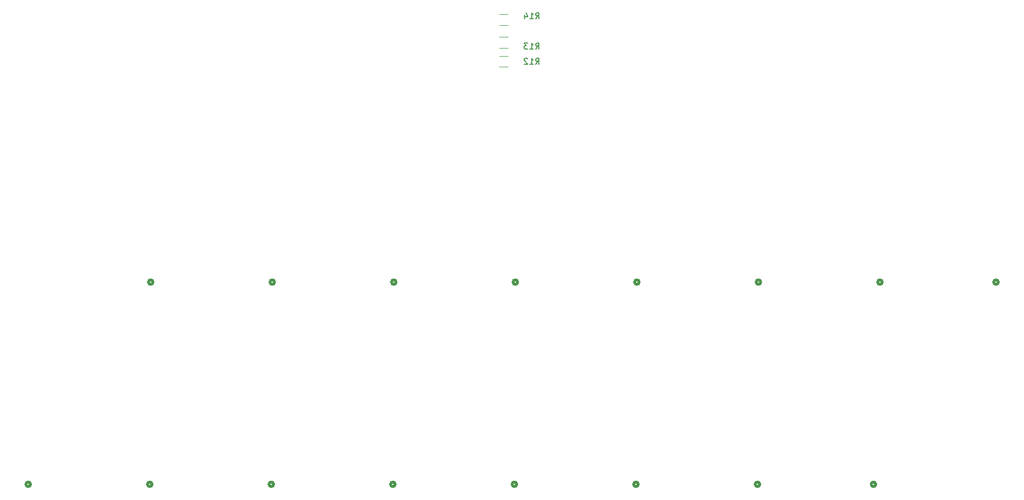
<source format=gbr>
%TF.GenerationSoftware,KiCad,Pcbnew,8.0.5*%
%TF.CreationDate,2024-09-24T14:10:05-04:00*%
%TF.ProjectId,MPD V1,4d504420-5631-42e6-9b69-6361645f7063,rev?*%
%TF.SameCoordinates,Original*%
%TF.FileFunction,Legend,Bot*%
%TF.FilePolarity,Positive*%
%FSLAX46Y46*%
G04 Gerber Fmt 4.6, Leading zero omitted, Abs format (unit mm)*
G04 Created by KiCad (PCBNEW 8.0.5) date 2024-09-24 14:10:05*
%MOMM*%
%LPD*%
G01*
G04 APERTURE LIST*
%ADD10C,0.150000*%
%ADD11C,0.508000*%
%ADD12C,0.120000*%
G04 APERTURE END LIST*
D10*
X137802857Y-41094819D02*
X138136190Y-40618628D01*
X138374285Y-41094819D02*
X138374285Y-40094819D01*
X138374285Y-40094819D02*
X137993333Y-40094819D01*
X137993333Y-40094819D02*
X137898095Y-40142438D01*
X137898095Y-40142438D02*
X137850476Y-40190057D01*
X137850476Y-40190057D02*
X137802857Y-40285295D01*
X137802857Y-40285295D02*
X137802857Y-40428152D01*
X137802857Y-40428152D02*
X137850476Y-40523390D01*
X137850476Y-40523390D02*
X137898095Y-40571009D01*
X137898095Y-40571009D02*
X137993333Y-40618628D01*
X137993333Y-40618628D02*
X138374285Y-40618628D01*
X136850476Y-41094819D02*
X137421904Y-41094819D01*
X137136190Y-41094819D02*
X137136190Y-40094819D01*
X137136190Y-40094819D02*
X137231428Y-40237676D01*
X137231428Y-40237676D02*
X137326666Y-40332914D01*
X137326666Y-40332914D02*
X137421904Y-40380533D01*
X135993333Y-40428152D02*
X135993333Y-41094819D01*
X136231428Y-40047200D02*
X136469523Y-40761485D01*
X136469523Y-40761485D02*
X135850476Y-40761485D01*
X137802857Y-48714819D02*
X138136190Y-48238628D01*
X138374285Y-48714819D02*
X138374285Y-47714819D01*
X138374285Y-47714819D02*
X137993333Y-47714819D01*
X137993333Y-47714819D02*
X137898095Y-47762438D01*
X137898095Y-47762438D02*
X137850476Y-47810057D01*
X137850476Y-47810057D02*
X137802857Y-47905295D01*
X137802857Y-47905295D02*
X137802857Y-48048152D01*
X137802857Y-48048152D02*
X137850476Y-48143390D01*
X137850476Y-48143390D02*
X137898095Y-48191009D01*
X137898095Y-48191009D02*
X137993333Y-48238628D01*
X137993333Y-48238628D02*
X138374285Y-48238628D01*
X136850476Y-48714819D02*
X137421904Y-48714819D01*
X137136190Y-48714819D02*
X137136190Y-47714819D01*
X137136190Y-47714819D02*
X137231428Y-47857676D01*
X137231428Y-47857676D02*
X137326666Y-47952914D01*
X137326666Y-47952914D02*
X137421904Y-48000533D01*
X136469523Y-47810057D02*
X136421904Y-47762438D01*
X136421904Y-47762438D02*
X136326666Y-47714819D01*
X136326666Y-47714819D02*
X136088571Y-47714819D01*
X136088571Y-47714819D02*
X135993333Y-47762438D01*
X135993333Y-47762438D02*
X135945714Y-47810057D01*
X135945714Y-47810057D02*
X135898095Y-47905295D01*
X135898095Y-47905295D02*
X135898095Y-48000533D01*
X135898095Y-48000533D02*
X135945714Y-48143390D01*
X135945714Y-48143390D02*
X136517142Y-48714819D01*
X136517142Y-48714819D02*
X135898095Y-48714819D01*
X137802857Y-46174819D02*
X138136190Y-45698628D01*
X138374285Y-46174819D02*
X138374285Y-45174819D01*
X138374285Y-45174819D02*
X137993333Y-45174819D01*
X137993333Y-45174819D02*
X137898095Y-45222438D01*
X137898095Y-45222438D02*
X137850476Y-45270057D01*
X137850476Y-45270057D02*
X137802857Y-45365295D01*
X137802857Y-45365295D02*
X137802857Y-45508152D01*
X137802857Y-45508152D02*
X137850476Y-45603390D01*
X137850476Y-45603390D02*
X137898095Y-45651009D01*
X137898095Y-45651009D02*
X137993333Y-45698628D01*
X137993333Y-45698628D02*
X138374285Y-45698628D01*
X136850476Y-46174819D02*
X137421904Y-46174819D01*
X137136190Y-46174819D02*
X137136190Y-45174819D01*
X137136190Y-45174819D02*
X137231428Y-45317676D01*
X137231428Y-45317676D02*
X137326666Y-45412914D01*
X137326666Y-45412914D02*
X137421904Y-45460533D01*
X136517142Y-45174819D02*
X135898095Y-45174819D01*
X135898095Y-45174819D02*
X136231428Y-45555771D01*
X136231428Y-45555771D02*
X136088571Y-45555771D01*
X136088571Y-45555771D02*
X135993333Y-45603390D01*
X135993333Y-45603390D02*
X135945714Y-45651009D01*
X135945714Y-45651009D02*
X135898095Y-45746247D01*
X135898095Y-45746247D02*
X135898095Y-45984342D01*
X135898095Y-45984342D02*
X135945714Y-46079580D01*
X135945714Y-46079580D02*
X135993333Y-46127200D01*
X135993333Y-46127200D02*
X136088571Y-46174819D01*
X136088571Y-46174819D02*
X136374285Y-46174819D01*
X136374285Y-46174819D02*
X136469523Y-46127200D01*
X136469523Y-46127200D02*
X136517142Y-46079580D01*
D11*
%TO.C,K5*%
X134797802Y-85208451D02*
G75*
G02*
X134035802Y-85208451I-381000J0D01*
G01*
X134035802Y-85208451D02*
G75*
G02*
X134797802Y-85208451I381000J0D01*
G01*
%TO.C,K8*%
X73837802Y-85208451D02*
G75*
G02*
X73075802Y-85208451I-381000J0D01*
G01*
X73075802Y-85208451D02*
G75*
G02*
X73837802Y-85208451I381000J0D01*
G01*
%TO.C,Con4*%
X134632700Y-119071001D02*
G75*
G02*
X133870700Y-119071001I-381000J0D01*
G01*
X133870700Y-119071001D02*
G75*
G02*
X134632700Y-119071001I381000J0D01*
G01*
%TO.C,Con5*%
X114312702Y-119071001D02*
G75*
G02*
X113550702Y-119071001I-381000J0D01*
G01*
X113550702Y-119071001D02*
G75*
G02*
X114312702Y-119071001I381000J0D01*
G01*
%TO.C,Con6*%
X93992702Y-119071001D02*
G75*
G02*
X93230702Y-119071001I-381000J0D01*
G01*
X93230702Y-119071001D02*
G75*
G02*
X93992702Y-119071001I381000J0D01*
G01*
%TO.C,Con3*%
X154952702Y-119071001D02*
G75*
G02*
X154190702Y-119071001I-381000J0D01*
G01*
X154190702Y-119071001D02*
G75*
G02*
X154952702Y-119071001I381000J0D01*
G01*
%TO.C,K1*%
X215157802Y-85208451D02*
G75*
G02*
X214395802Y-85208451I-381000J0D01*
G01*
X214395802Y-85208451D02*
G75*
G02*
X215157802Y-85208451I381000J0D01*
G01*
%TO.C,K3*%
X175437802Y-85208451D02*
G75*
G02*
X174675802Y-85208451I-381000J0D01*
G01*
X174675802Y-85208451D02*
G75*
G02*
X175437802Y-85208451I381000J0D01*
G01*
%TO.C,Con1*%
X194672702Y-119071001D02*
G75*
G02*
X193910702Y-119071001I-381000J0D01*
G01*
X193910702Y-119071001D02*
G75*
G02*
X194672702Y-119071001I381000J0D01*
G01*
%TO.C,K4*%
X155117800Y-85208451D02*
G75*
G02*
X154355800Y-85208451I-381000J0D01*
G01*
X154355800Y-85208451D02*
G75*
G02*
X155117800Y-85208451I381000J0D01*
G01*
%TO.C,Con7*%
X73672702Y-119071001D02*
G75*
G02*
X72910702Y-119071001I-381000J0D01*
G01*
X72910702Y-119071001D02*
G75*
G02*
X73672702Y-119071001I381000J0D01*
G01*
%TO.C,K2*%
X195757800Y-85208451D02*
G75*
G02*
X194995800Y-85208451I-381000J0D01*
G01*
X194995800Y-85208451D02*
G75*
G02*
X195757800Y-85208451I381000J0D01*
G01*
%TO.C,Con2*%
X175272700Y-119071001D02*
G75*
G02*
X174510700Y-119071001I-381000J0D01*
G01*
X174510700Y-119071001D02*
G75*
G02*
X175272700Y-119071001I381000J0D01*
G01*
%TO.C,K7*%
X94157802Y-85208451D02*
G75*
G02*
X93395802Y-85208451I-381000J0D01*
G01*
X93395802Y-85208451D02*
G75*
G02*
X94157802Y-85208451I381000J0D01*
G01*
%TO.C,Con8*%
X53352702Y-119071001D02*
G75*
G02*
X52590702Y-119071001I-381000J0D01*
G01*
X52590702Y-119071001D02*
G75*
G02*
X53352702Y-119071001I381000J0D01*
G01*
%TO.C,K6*%
X114477802Y-85208451D02*
G75*
G02*
X113715802Y-85208451I-381000J0D01*
G01*
X113715802Y-85208451D02*
G75*
G02*
X114477802Y-85208451I381000J0D01*
G01*
D12*
%TO.C,R14*%
X131757936Y-40365000D02*
X133212064Y-40365000D01*
X131757936Y-42185000D02*
X133212064Y-42185000D01*
%TO.C,R12*%
X131707936Y-47350000D02*
X133162064Y-47350000D01*
X131707936Y-49170000D02*
X133162064Y-49170000D01*
%TO.C,R13*%
X131707936Y-44175000D02*
X133162064Y-44175000D01*
X131707936Y-45995000D02*
X133162064Y-45995000D01*
%TD*%
M02*

</source>
